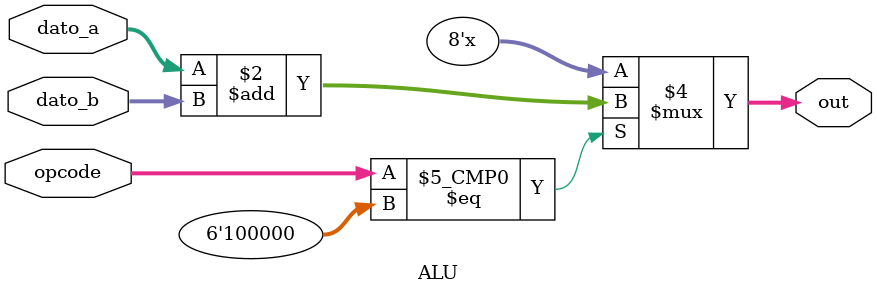
<source format=v>
module ALU #(
  parameter NB_OPERANDO = 8,
  parameter NB_OUT = NB_OPERANDO,
  parameter NB_OPCODE = 6
) (
  input wire [NB_OPERANDO - 1 : 0] dato_a,
  input wire [NB_OPERANDO - 1 : 0] dato_b,
  input wire [NB_OPCODE - 1 : 0] opcode,
  output reg [NB_OUT - 1 : 0] out
);

  localparam ADD = 6'b100000;
  localparam SUB = 6'b100010;
  localparam AND = 6'b100100;
  localparam OR = 6'b100101;
  localparam XOR = 6'b100110;
  localparam SRA = 6'b000011;
  localparam SRL = 6'b000010;
  localparam NOR = 6'b100111;


  always @(*) begin : ALU_operation
    case (opcode)
      ADD: out = dato_a + dato_b;
    endcase
  end

endmodule

</source>
